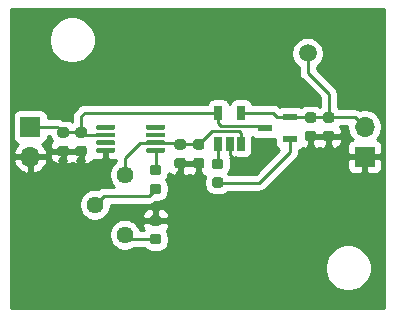
<source format=gbr>
%TF.GenerationSoftware,KiCad,Pcbnew,5.1.6-c6e7f7d~87~ubuntu18.04.1*%
%TF.CreationDate,2021-12-20T19:28:02-08:00*%
%TF.ProjectId,boosted-output-current-reference,626f6f73-7465-4642-9d6f-75747075742d,rev?*%
%TF.SameCoordinates,Original*%
%TF.FileFunction,Copper,L1,Top*%
%TF.FilePolarity,Positive*%
%FSLAX46Y46*%
G04 Gerber Fmt 4.6, Leading zero omitted, Abs format (unit mm)*
G04 Created by KiCad (PCBNEW 5.1.6-c6e7f7d~87~ubuntu18.04.1) date 2021-12-20 19:28:02*
%MOMM*%
%LPD*%
G01*
G04 APERTURE LIST*
%TA.AperFunction,ComponentPad*%
%ADD10C,1.440000*%
%TD*%
%TA.AperFunction,SMDPad,CuDef*%
%ADD11C,1.500000*%
%TD*%
%TA.AperFunction,ComponentPad*%
%ADD12O,1.700000X1.700000*%
%TD*%
%TA.AperFunction,ComponentPad*%
%ADD13R,1.700000X1.700000*%
%TD*%
%TA.AperFunction,SMDPad,CuDef*%
%ADD14R,0.650000X1.220000*%
%TD*%
%TA.AperFunction,SMDPad,CuDef*%
%ADD15R,1.300000X0.600000*%
%TD*%
%TA.AperFunction,ViaPad*%
%ADD16C,0.800000*%
%TD*%
%TA.AperFunction,Conductor*%
%ADD17C,0.254000*%
%TD*%
%TA.AperFunction,Conductor*%
%ADD18C,0.250000*%
%TD*%
G04 APERTURE END LIST*
D10*
%TO.P,TRIM,3*%
%TO.N,Net-(C3-Pad2)*%
X153822400Y-98552000D03*
%TO.P,TRIM,2*%
%TO.N,Net-(R2-Pad2)*%
X151282400Y-101092000D03*
%TO.P,TRIM,1*%
%TO.N,Net-(R3-Pad1)*%
X153822400Y-103632000D03*
%TD*%
%TO.P,R3,2*%
%TO.N,GND*%
%TA.AperFunction,SMDPad,CuDef*%
G36*
G01*
X156669450Y-102875600D02*
X156156950Y-102875600D01*
G75*
G02*
X155938200Y-102656850I0J218750D01*
G01*
X155938200Y-102219350D01*
G75*
G02*
X156156950Y-102000600I218750J0D01*
G01*
X156669450Y-102000600D01*
G75*
G02*
X156888200Y-102219350I0J-218750D01*
G01*
X156888200Y-102656850D01*
G75*
G02*
X156669450Y-102875600I-218750J0D01*
G01*
G37*
%TD.AperFunction*%
%TO.P,R3,1*%
%TO.N,Net-(R3-Pad1)*%
%TA.AperFunction,SMDPad,CuDef*%
G36*
G01*
X156669450Y-104450600D02*
X156156950Y-104450600D01*
G75*
G02*
X155938200Y-104231850I0J218750D01*
G01*
X155938200Y-103794350D01*
G75*
G02*
X156156950Y-103575600I218750J0D01*
G01*
X156669450Y-103575600D01*
G75*
G02*
X156888200Y-103794350I0J-218750D01*
G01*
X156888200Y-104231850D01*
G75*
G02*
X156669450Y-104450600I-218750J0D01*
G01*
G37*
%TD.AperFunction*%
%TD*%
%TO.P,R2,2*%
%TO.N,Net-(R2-Pad2)*%
%TA.AperFunction,SMDPad,CuDef*%
G36*
G01*
X156156950Y-99308400D02*
X156669450Y-99308400D01*
G75*
G02*
X156888200Y-99527150I0J-218750D01*
G01*
X156888200Y-99964650D01*
G75*
G02*
X156669450Y-100183400I-218750J0D01*
G01*
X156156950Y-100183400D01*
G75*
G02*
X155938200Y-99964650I0J218750D01*
G01*
X155938200Y-99527150D01*
G75*
G02*
X156156950Y-99308400I218750J0D01*
G01*
G37*
%TD.AperFunction*%
%TO.P,R2,1*%
%TO.N,Net-(R2-Pad1)*%
%TA.AperFunction,SMDPad,CuDef*%
G36*
G01*
X156156950Y-97733400D02*
X156669450Y-97733400D01*
G75*
G02*
X156888200Y-97952150I0J-218750D01*
G01*
X156888200Y-98389650D01*
G75*
G02*
X156669450Y-98608400I-218750J0D01*
G01*
X156156950Y-98608400D01*
G75*
G02*
X155938200Y-98389650I0J218750D01*
G01*
X155938200Y-97952150D01*
G75*
G02*
X156156950Y-97733400I218750J0D01*
G01*
G37*
%TD.AperFunction*%
%TD*%
D11*
%TO.P,2.048V,1*%
%TO.N,/Vout*%
X169291000Y-88265000D03*
%TD*%
D12*
%TO.P,J2,2*%
%TO.N,/Vout*%
X174117000Y-94488000D03*
D13*
%TO.P,J2,1*%
%TO.N,GND*%
X174117000Y-97028000D03*
%TD*%
D12*
%TO.P,J1,2*%
%TO.N,GND*%
X145796000Y-97018000D03*
D13*
%TO.P,J1,1*%
%TO.N,+12V*%
X145796000Y-94478000D03*
%TD*%
D14*
%TO.P,U2,5*%
%TO.N,+12V*%
X161737000Y-93305000D03*
%TO.P,U2,4*%
%TO.N,/Vout*%
X163637000Y-93305000D03*
%TO.P,U2,3*%
%TO.N,Net-(C3-Pad2)*%
X163637000Y-95925000D03*
%TO.P,U2,2*%
%TO.N,GND*%
X162687000Y-95925000D03*
%TO.P,U2,1*%
%TO.N,Net-(R1-Pad1)*%
X161737000Y-95925000D03*
%TD*%
D15*
%TO.P,Q1,1*%
%TO.N,Net-(Q1-Pad1)*%
X167801000Y-95565000D03*
%TO.P,Q1,2*%
%TO.N,/Vout*%
X167801000Y-93665000D03*
%TO.P,Q1,3*%
%TO.N,+12V*%
X165701000Y-94615000D03*
%TD*%
%TO.P,C6,2*%
%TO.N,GND*%
%TA.AperFunction,SMDPad,CuDef*%
G36*
G01*
X169288750Y-94838000D02*
X169801250Y-94838000D01*
G75*
G02*
X170020000Y-95056750I0J-218750D01*
G01*
X170020000Y-95494250D01*
G75*
G02*
X169801250Y-95713000I-218750J0D01*
G01*
X169288750Y-95713000D01*
G75*
G02*
X169070000Y-95494250I0J218750D01*
G01*
X169070000Y-95056750D01*
G75*
G02*
X169288750Y-94838000I218750J0D01*
G01*
G37*
%TD.AperFunction*%
%TO.P,C6,1*%
%TO.N,/Vout*%
%TA.AperFunction,SMDPad,CuDef*%
G36*
G01*
X169288750Y-93263000D02*
X169801250Y-93263000D01*
G75*
G02*
X170020000Y-93481750I0J-218750D01*
G01*
X170020000Y-93919250D01*
G75*
G02*
X169801250Y-94138000I-218750J0D01*
G01*
X169288750Y-94138000D01*
G75*
G02*
X169070000Y-93919250I0J218750D01*
G01*
X169070000Y-93481750D01*
G75*
G02*
X169288750Y-93263000I218750J0D01*
G01*
G37*
%TD.AperFunction*%
%TD*%
%TO.P,C5,2*%
%TO.N,GND*%
%TA.AperFunction,SMDPad,CuDef*%
G36*
G01*
X170812750Y-94838000D02*
X171325250Y-94838000D01*
G75*
G02*
X171544000Y-95056750I0J-218750D01*
G01*
X171544000Y-95494250D01*
G75*
G02*
X171325250Y-95713000I-218750J0D01*
G01*
X170812750Y-95713000D01*
G75*
G02*
X170594000Y-95494250I0J218750D01*
G01*
X170594000Y-95056750D01*
G75*
G02*
X170812750Y-94838000I218750J0D01*
G01*
G37*
%TD.AperFunction*%
%TO.P,C5,1*%
%TO.N,/Vout*%
%TA.AperFunction,SMDPad,CuDef*%
G36*
G01*
X170812750Y-93263000D02*
X171325250Y-93263000D01*
G75*
G02*
X171544000Y-93481750I0J-218750D01*
G01*
X171544000Y-93919250D01*
G75*
G02*
X171325250Y-94138000I-218750J0D01*
G01*
X170812750Y-94138000D01*
G75*
G02*
X170594000Y-93919250I0J218750D01*
G01*
X170594000Y-93481750D01*
G75*
G02*
X170812750Y-93263000I218750J0D01*
G01*
G37*
%TD.AperFunction*%
%TD*%
%TO.P,C3,2*%
%TO.N,Net-(C3-Pad2)*%
%TA.AperFunction,SMDPad,CuDef*%
G36*
G01*
X158752250Y-96424000D02*
X158239750Y-96424000D01*
G75*
G02*
X158021000Y-96205250I0J218750D01*
G01*
X158021000Y-95767750D01*
G75*
G02*
X158239750Y-95549000I218750J0D01*
G01*
X158752250Y-95549000D01*
G75*
G02*
X158971000Y-95767750I0J-218750D01*
G01*
X158971000Y-96205250D01*
G75*
G02*
X158752250Y-96424000I-218750J0D01*
G01*
G37*
%TD.AperFunction*%
%TO.P,C3,1*%
%TO.N,GND*%
%TA.AperFunction,SMDPad,CuDef*%
G36*
G01*
X158752250Y-97999000D02*
X158239750Y-97999000D01*
G75*
G02*
X158021000Y-97780250I0J218750D01*
G01*
X158021000Y-97342750D01*
G75*
G02*
X158239750Y-97124000I218750J0D01*
G01*
X158752250Y-97124000D01*
G75*
G02*
X158971000Y-97342750I0J-218750D01*
G01*
X158971000Y-97780250D01*
G75*
G02*
X158752250Y-97999000I-218750J0D01*
G01*
G37*
%TD.AperFunction*%
%TD*%
%TO.P,C1,2*%
%TO.N,GND*%
%TA.AperFunction,SMDPad,CuDef*%
G36*
G01*
X148333750Y-96108000D02*
X148846250Y-96108000D01*
G75*
G02*
X149065000Y-96326750I0J-218750D01*
G01*
X149065000Y-96764250D01*
G75*
G02*
X148846250Y-96983000I-218750J0D01*
G01*
X148333750Y-96983000D01*
G75*
G02*
X148115000Y-96764250I0J218750D01*
G01*
X148115000Y-96326750D01*
G75*
G02*
X148333750Y-96108000I218750J0D01*
G01*
G37*
%TD.AperFunction*%
%TO.P,C1,1*%
%TO.N,+12V*%
%TA.AperFunction,SMDPad,CuDef*%
G36*
G01*
X148333750Y-94533000D02*
X148846250Y-94533000D01*
G75*
G02*
X149065000Y-94751750I0J-218750D01*
G01*
X149065000Y-95189250D01*
G75*
G02*
X148846250Y-95408000I-218750J0D01*
G01*
X148333750Y-95408000D01*
G75*
G02*
X148115000Y-95189250I0J218750D01*
G01*
X148115000Y-94751750D01*
G75*
G02*
X148333750Y-94533000I218750J0D01*
G01*
G37*
%TD.AperFunction*%
%TD*%
%TO.P,C4,2*%
%TO.N,GND*%
%TA.AperFunction,SMDPad,CuDef*%
G36*
G01*
X159827250Y-97124000D02*
X160339750Y-97124000D01*
G75*
G02*
X160558500Y-97342750I0J-218750D01*
G01*
X160558500Y-97780250D01*
G75*
G02*
X160339750Y-97999000I-218750J0D01*
G01*
X159827250Y-97999000D01*
G75*
G02*
X159608500Y-97780250I0J218750D01*
G01*
X159608500Y-97342750D01*
G75*
G02*
X159827250Y-97124000I218750J0D01*
G01*
G37*
%TD.AperFunction*%
%TO.P,C4,1*%
%TO.N,Net-(C3-Pad2)*%
%TA.AperFunction,SMDPad,CuDef*%
G36*
G01*
X159827250Y-95549000D02*
X160339750Y-95549000D01*
G75*
G02*
X160558500Y-95767750I0J-218750D01*
G01*
X160558500Y-96205250D01*
G75*
G02*
X160339750Y-96424000I-218750J0D01*
G01*
X159827250Y-96424000D01*
G75*
G02*
X159608500Y-96205250I0J218750D01*
G01*
X159608500Y-95767750D01*
G75*
G02*
X159827250Y-95549000I218750J0D01*
G01*
G37*
%TD.AperFunction*%
%TD*%
%TO.P,U1,8*%
%TO.N,Net-(U1-Pad8)*%
%TA.AperFunction,SMDPad,CuDef*%
G36*
G01*
X155605000Y-94629000D02*
X155605000Y-94429000D01*
G75*
G02*
X155705000Y-94329000I100000J0D01*
G01*
X157130000Y-94329000D01*
G75*
G02*
X157230000Y-94429000I0J-100000D01*
G01*
X157230000Y-94629000D01*
G75*
G02*
X157130000Y-94729000I-100000J0D01*
G01*
X155705000Y-94729000D01*
G75*
G02*
X155605000Y-94629000I0J100000D01*
G01*
G37*
%TD.AperFunction*%
%TO.P,U1,7*%
%TO.N,Net-(U1-Pad7)*%
%TA.AperFunction,SMDPad,CuDef*%
G36*
G01*
X155605000Y-95279000D02*
X155605000Y-95079000D01*
G75*
G02*
X155705000Y-94979000I100000J0D01*
G01*
X157130000Y-94979000D01*
G75*
G02*
X157230000Y-95079000I0J-100000D01*
G01*
X157230000Y-95279000D01*
G75*
G02*
X157130000Y-95379000I-100000J0D01*
G01*
X155705000Y-95379000D01*
G75*
G02*
X155605000Y-95279000I0J100000D01*
G01*
G37*
%TD.AperFunction*%
%TO.P,U1,6*%
%TO.N,Net-(C3-Pad2)*%
%TA.AperFunction,SMDPad,CuDef*%
G36*
G01*
X155605000Y-95929000D02*
X155605000Y-95729000D01*
G75*
G02*
X155705000Y-95629000I100000J0D01*
G01*
X157130000Y-95629000D01*
G75*
G02*
X157230000Y-95729000I0J-100000D01*
G01*
X157230000Y-95929000D01*
G75*
G02*
X157130000Y-96029000I-100000J0D01*
G01*
X155705000Y-96029000D01*
G75*
G02*
X155605000Y-95929000I0J100000D01*
G01*
G37*
%TD.AperFunction*%
%TO.P,U1,5*%
%TO.N,Net-(R2-Pad1)*%
%TA.AperFunction,SMDPad,CuDef*%
G36*
G01*
X155605000Y-96579000D02*
X155605000Y-96379000D01*
G75*
G02*
X155705000Y-96279000I100000J0D01*
G01*
X157130000Y-96279000D01*
G75*
G02*
X157230000Y-96379000I0J-100000D01*
G01*
X157230000Y-96579000D01*
G75*
G02*
X157130000Y-96679000I-100000J0D01*
G01*
X155705000Y-96679000D01*
G75*
G02*
X155605000Y-96579000I0J100000D01*
G01*
G37*
%TD.AperFunction*%
%TO.P,U1,4*%
%TO.N,GND*%
%TA.AperFunction,SMDPad,CuDef*%
G36*
G01*
X151380000Y-96579000D02*
X151380000Y-96379000D01*
G75*
G02*
X151480000Y-96279000I100000J0D01*
G01*
X152905000Y-96279000D01*
G75*
G02*
X153005000Y-96379000I0J-100000D01*
G01*
X153005000Y-96579000D01*
G75*
G02*
X152905000Y-96679000I-100000J0D01*
G01*
X151480000Y-96679000D01*
G75*
G02*
X151380000Y-96579000I0J100000D01*
G01*
G37*
%TD.AperFunction*%
%TO.P,U1,3*%
%TO.N,Net-(U1-Pad3)*%
%TA.AperFunction,SMDPad,CuDef*%
G36*
G01*
X151380000Y-95929000D02*
X151380000Y-95729000D01*
G75*
G02*
X151480000Y-95629000I100000J0D01*
G01*
X152905000Y-95629000D01*
G75*
G02*
X153005000Y-95729000I0J-100000D01*
G01*
X153005000Y-95929000D01*
G75*
G02*
X152905000Y-96029000I-100000J0D01*
G01*
X151480000Y-96029000D01*
G75*
G02*
X151380000Y-95929000I0J100000D01*
G01*
G37*
%TD.AperFunction*%
%TO.P,U1,2*%
%TO.N,+12V*%
%TA.AperFunction,SMDPad,CuDef*%
G36*
G01*
X151380000Y-95279000D02*
X151380000Y-95079000D01*
G75*
G02*
X151480000Y-94979000I100000J0D01*
G01*
X152905000Y-94979000D01*
G75*
G02*
X153005000Y-95079000I0J-100000D01*
G01*
X153005000Y-95279000D01*
G75*
G02*
X152905000Y-95379000I-100000J0D01*
G01*
X151480000Y-95379000D01*
G75*
G02*
X151380000Y-95279000I0J100000D01*
G01*
G37*
%TD.AperFunction*%
%TO.P,U1,1*%
%TO.N,Net-(U1-Pad1)*%
%TA.AperFunction,SMDPad,CuDef*%
G36*
G01*
X151380000Y-94629000D02*
X151380000Y-94429000D01*
G75*
G02*
X151480000Y-94329000I100000J0D01*
G01*
X152905000Y-94329000D01*
G75*
G02*
X153005000Y-94429000I0J-100000D01*
G01*
X153005000Y-94629000D01*
G75*
G02*
X152905000Y-94729000I-100000J0D01*
G01*
X151480000Y-94729000D01*
G75*
G02*
X151380000Y-94629000I0J100000D01*
G01*
G37*
%TD.AperFunction*%
%TD*%
%TO.P,R1,2*%
%TO.N,Net-(Q1-Pad1)*%
%TA.AperFunction,SMDPad,CuDef*%
G36*
G01*
X161414750Y-98775000D02*
X161927250Y-98775000D01*
G75*
G02*
X162146000Y-98993750I0J-218750D01*
G01*
X162146000Y-99431250D01*
G75*
G02*
X161927250Y-99650000I-218750J0D01*
G01*
X161414750Y-99650000D01*
G75*
G02*
X161196000Y-99431250I0J218750D01*
G01*
X161196000Y-98993750D01*
G75*
G02*
X161414750Y-98775000I218750J0D01*
G01*
G37*
%TD.AperFunction*%
%TO.P,R1,1*%
%TO.N,Net-(R1-Pad1)*%
%TA.AperFunction,SMDPad,CuDef*%
G36*
G01*
X161414750Y-97200000D02*
X161927250Y-97200000D01*
G75*
G02*
X162146000Y-97418750I0J-218750D01*
G01*
X162146000Y-97856250D01*
G75*
G02*
X161927250Y-98075000I-218750J0D01*
G01*
X161414750Y-98075000D01*
G75*
G02*
X161196000Y-97856250I0J218750D01*
G01*
X161196000Y-97418750D01*
G75*
G02*
X161414750Y-97200000I218750J0D01*
G01*
G37*
%TD.AperFunction*%
%TD*%
%TO.P,C2,2*%
%TO.N,+12V*%
%TA.AperFunction,SMDPad,CuDef*%
G36*
G01*
X150370250Y-95408000D02*
X149857750Y-95408000D01*
G75*
G02*
X149639000Y-95189250I0J218750D01*
G01*
X149639000Y-94751750D01*
G75*
G02*
X149857750Y-94533000I218750J0D01*
G01*
X150370250Y-94533000D01*
G75*
G02*
X150589000Y-94751750I0J-218750D01*
G01*
X150589000Y-95189250D01*
G75*
G02*
X150370250Y-95408000I-218750J0D01*
G01*
G37*
%TD.AperFunction*%
%TO.P,C2,1*%
%TO.N,GND*%
%TA.AperFunction,SMDPad,CuDef*%
G36*
G01*
X150370250Y-96983000D02*
X149857750Y-96983000D01*
G75*
G02*
X149639000Y-96764250I0J218750D01*
G01*
X149639000Y-96326750D01*
G75*
G02*
X149857750Y-96108000I218750J0D01*
G01*
X150370250Y-96108000D01*
G75*
G02*
X150589000Y-96326750I0J-218750D01*
G01*
X150589000Y-96764250D01*
G75*
G02*
X150370250Y-96983000I-218750J0D01*
G01*
G37*
%TD.AperFunction*%
%TD*%
D16*
%TO.N,GND*%
X150114000Y-97409000D03*
X148590000Y-97409000D03*
X163195000Y-97409000D03*
X169545000Y-96266000D03*
X171069000Y-96266000D03*
X160083488Y-98615500D03*
X152192504Y-97362504D03*
X158496000Y-98552000D03*
X152273000Y-102870000D03*
X165227000Y-103759000D03*
X168529000Y-99822000D03*
X171958000Y-90170000D03*
X166624000Y-89535000D03*
X159004000Y-90551000D03*
X154432000Y-90297000D03*
X156413200Y-101396800D03*
%TD*%
D17*
%TO.N,GND*%
X162687000Y-96901000D02*
X163195000Y-97409000D01*
X162687000Y-95925000D02*
X162687000Y-96901000D01*
X148590000Y-96545500D02*
X148590000Y-97409000D01*
X150114000Y-96545500D02*
X150114000Y-97409000D01*
X169545000Y-95275500D02*
X169545000Y-96266000D01*
X171069000Y-95275500D02*
X171069000Y-96266000D01*
X160083500Y-98615488D02*
X160083488Y-98615500D01*
X160083500Y-97561500D02*
X160083500Y-98615488D01*
X152192500Y-97362500D02*
X152192504Y-97362504D01*
X152192500Y-96479000D02*
X152192500Y-97362500D01*
X158496000Y-97561500D02*
X158496000Y-98552000D01*
D18*
X156413200Y-102438100D02*
X156413200Y-101396800D01*
D17*
%TO.N,/Vout*%
X163637000Y-93305000D02*
X166330000Y-93305000D01*
X166690000Y-93665000D02*
X167801000Y-93665000D01*
X166330000Y-93305000D02*
X166690000Y-93665000D01*
X169509500Y-93665000D02*
X169545000Y-93700500D01*
X167801000Y-93665000D02*
X169509500Y-93665000D01*
X169545000Y-93700500D02*
X171069000Y-93700500D01*
X173329500Y-93700500D02*
X174117000Y-94488000D01*
X171069000Y-93700500D02*
X173329500Y-93700500D01*
X169291000Y-88265000D02*
X169291000Y-89916000D01*
X171069000Y-91694000D02*
X171069000Y-93700500D01*
X169291000Y-89916000D02*
X171069000Y-91694000D01*
%TO.N,+12V*%
X161982990Y-94414990D02*
X165500990Y-94414990D01*
X165500990Y-94414990D02*
X165701000Y-94615000D01*
X161737000Y-94169000D02*
X161982990Y-94414990D01*
X161737000Y-93305000D02*
X161737000Y-94169000D01*
X148097500Y-94478000D02*
X148590000Y-94970500D01*
X145796000Y-94478000D02*
X148097500Y-94478000D01*
X148590000Y-94970500D02*
X150114000Y-94970500D01*
X150322500Y-95179000D02*
X150114000Y-94970500D01*
X152192500Y-95179000D02*
X150322500Y-95179000D01*
X150114000Y-94970500D02*
X150114000Y-93599000D01*
X150408000Y-93305000D02*
X161737000Y-93305000D01*
X150114000Y-93599000D02*
X150408000Y-93305000D01*
%TO.N,Net-(Q1-Pad1)*%
X161671000Y-99212500D02*
X165201500Y-99212500D01*
X167801000Y-96613000D02*
X167801000Y-95565000D01*
X165201500Y-99212500D02*
X167801000Y-96613000D01*
%TO.N,Net-(R1-Pad1)*%
X161737000Y-97571500D02*
X161671000Y-97637500D01*
X161737000Y-95925000D02*
X161737000Y-97571500D01*
%TO.N,Net-(C3-Pad2)*%
X158338500Y-95829000D02*
X158496000Y-95986500D01*
X156417500Y-95829000D02*
X158338500Y-95829000D01*
X158496000Y-95986500D02*
X160083500Y-95986500D01*
X163637000Y-95925000D02*
X163637000Y-95057000D01*
X161201000Y-94869000D02*
X160083500Y-95986500D01*
X163449000Y-94869000D02*
X161201000Y-94869000D01*
X163637000Y-95057000D02*
X163449000Y-94869000D01*
D18*
X156417500Y-95829000D02*
X155123000Y-95829000D01*
X153822400Y-97129600D02*
X153822400Y-98552000D01*
X155123000Y-95829000D02*
X153822400Y-97129600D01*
%TO.N,Net-(R2-Pad2)*%
X156413200Y-99745900D02*
X155829100Y-100330000D01*
X152044400Y-100330000D02*
X151282400Y-101092000D01*
X155829100Y-100330000D02*
X152044400Y-100330000D01*
%TO.N,Net-(R2-Pad1)*%
X156417500Y-98166600D02*
X156413200Y-98170900D01*
X156417500Y-96479000D02*
X156417500Y-98166600D01*
%TO.N,Net-(R3-Pad1)*%
X154203500Y-104013100D02*
X153822400Y-103632000D01*
X156413200Y-104013100D02*
X154203500Y-104013100D01*
%TD*%
D17*
%TO.N,GND*%
G36*
X175743000Y-109830000D02*
G01*
X144170000Y-109830000D01*
X144170000Y-106230495D01*
X170735000Y-106230495D01*
X170735000Y-106621505D01*
X170811282Y-107005003D01*
X170960915Y-107366250D01*
X171178149Y-107691364D01*
X171454636Y-107967851D01*
X171779750Y-108185085D01*
X172140997Y-108334718D01*
X172524495Y-108411000D01*
X172915505Y-108411000D01*
X173299003Y-108334718D01*
X173660250Y-108185085D01*
X173985364Y-107967851D01*
X174261851Y-107691364D01*
X174479085Y-107366250D01*
X174628718Y-107005003D01*
X174705000Y-106621505D01*
X174705000Y-106230495D01*
X174628718Y-105846997D01*
X174479085Y-105485750D01*
X174261851Y-105160636D01*
X173985364Y-104884149D01*
X173660250Y-104666915D01*
X173299003Y-104517282D01*
X172915505Y-104441000D01*
X172524495Y-104441000D01*
X172140997Y-104517282D01*
X171779750Y-104666915D01*
X171454636Y-104884149D01*
X171178149Y-105160636D01*
X170960915Y-105485750D01*
X170811282Y-105846997D01*
X170735000Y-106230495D01*
X144170000Y-106230495D01*
X144170000Y-103498544D01*
X152467400Y-103498544D01*
X152467400Y-103765456D01*
X152519472Y-104027239D01*
X152621615Y-104273833D01*
X152769903Y-104495762D01*
X152958638Y-104684497D01*
X153180567Y-104832785D01*
X153427161Y-104934928D01*
X153688944Y-104987000D01*
X153955856Y-104987000D01*
X154217639Y-104934928D01*
X154464233Y-104832785D01*
X154553558Y-104773100D01*
X155498057Y-104773100D01*
X155551085Y-104837715D01*
X155680925Y-104944271D01*
X155829058Y-105023450D01*
X155989792Y-105072208D01*
X156156950Y-105088672D01*
X156669450Y-105088672D01*
X156836608Y-105072208D01*
X156997342Y-105023450D01*
X157145475Y-104944271D01*
X157275315Y-104837715D01*
X157381871Y-104707875D01*
X157461050Y-104559742D01*
X157509808Y-104399008D01*
X157526272Y-104231850D01*
X157526272Y-103794350D01*
X157509808Y-103627192D01*
X157461050Y-103466458D01*
X157381871Y-103318325D01*
X157364100Y-103296670D01*
X157418737Y-103230094D01*
X157477702Y-103119780D01*
X157514012Y-103000082D01*
X157526272Y-102875600D01*
X157523200Y-102723850D01*
X157364450Y-102565100D01*
X156540200Y-102565100D01*
X156540200Y-102585100D01*
X156286200Y-102585100D01*
X156286200Y-102565100D01*
X155461950Y-102565100D01*
X155303200Y-102723850D01*
X155300128Y-102875600D01*
X155312388Y-103000082D01*
X155348698Y-103119780D01*
X155407663Y-103230094D01*
X155426543Y-103253100D01*
X155128578Y-103253100D01*
X155125328Y-103236761D01*
X155023185Y-102990167D01*
X154874897Y-102768238D01*
X154686162Y-102579503D01*
X154464233Y-102431215D01*
X154217639Y-102329072D01*
X153955856Y-102277000D01*
X153688944Y-102277000D01*
X153427161Y-102329072D01*
X153180567Y-102431215D01*
X152958638Y-102579503D01*
X152769903Y-102768238D01*
X152621615Y-102990167D01*
X152519472Y-103236761D01*
X152467400Y-103498544D01*
X144170000Y-103498544D01*
X144170000Y-97374890D01*
X144354524Y-97374890D01*
X144399175Y-97522099D01*
X144524359Y-97784920D01*
X144698412Y-98018269D01*
X144914645Y-98213178D01*
X145164748Y-98362157D01*
X145439109Y-98459481D01*
X145669000Y-98338814D01*
X145669000Y-97145000D01*
X145923000Y-97145000D01*
X145923000Y-98338814D01*
X146152891Y-98459481D01*
X146427252Y-98362157D01*
X146677355Y-98213178D01*
X146893588Y-98018269D01*
X147067641Y-97784920D01*
X147192825Y-97522099D01*
X147237476Y-97374890D01*
X147116155Y-97145000D01*
X145923000Y-97145000D01*
X145669000Y-97145000D01*
X144475845Y-97145000D01*
X144354524Y-97374890D01*
X144170000Y-97374890D01*
X144170000Y-96983000D01*
X147476928Y-96983000D01*
X147489188Y-97107482D01*
X147525498Y-97227180D01*
X147584463Y-97337494D01*
X147663815Y-97434185D01*
X147760506Y-97513537D01*
X147870820Y-97572502D01*
X147990518Y-97608812D01*
X148115000Y-97621072D01*
X148304250Y-97618000D01*
X148463000Y-97459250D01*
X148463000Y-96672500D01*
X148717000Y-96672500D01*
X148717000Y-97459250D01*
X148875750Y-97618000D01*
X149065000Y-97621072D01*
X149189482Y-97608812D01*
X149309180Y-97572502D01*
X149352000Y-97549614D01*
X149394820Y-97572502D01*
X149514518Y-97608812D01*
X149639000Y-97621072D01*
X149828250Y-97618000D01*
X149987000Y-97459250D01*
X149987000Y-96672500D01*
X148717000Y-96672500D01*
X148463000Y-96672500D01*
X147638750Y-96672500D01*
X147480000Y-96831250D01*
X147476928Y-96983000D01*
X144170000Y-96983000D01*
X144170000Y-93628000D01*
X144307928Y-93628000D01*
X144307928Y-95328000D01*
X144320188Y-95452482D01*
X144356498Y-95572180D01*
X144415463Y-95682494D01*
X144494815Y-95779185D01*
X144591506Y-95858537D01*
X144701820Y-95917502D01*
X144782466Y-95941966D01*
X144698412Y-96017731D01*
X144524359Y-96251080D01*
X144399175Y-96513901D01*
X144354524Y-96661110D01*
X144475845Y-96891000D01*
X145669000Y-96891000D01*
X145669000Y-96871000D01*
X145923000Y-96871000D01*
X145923000Y-96891000D01*
X147116155Y-96891000D01*
X147237476Y-96661110D01*
X147192825Y-96513901D01*
X147067641Y-96251080D01*
X146893588Y-96017731D01*
X146809534Y-95941966D01*
X146890180Y-95917502D01*
X147000494Y-95858537D01*
X147097185Y-95779185D01*
X147176537Y-95682494D01*
X147235502Y-95572180D01*
X147271812Y-95452482D01*
X147284072Y-95328000D01*
X147284072Y-95240000D01*
X147481927Y-95240000D01*
X147493392Y-95356408D01*
X147542150Y-95517142D01*
X147621329Y-95665275D01*
X147639100Y-95686930D01*
X147584463Y-95753506D01*
X147525498Y-95863820D01*
X147489188Y-95983518D01*
X147476928Y-96108000D01*
X147480000Y-96259750D01*
X147638750Y-96418500D01*
X148463000Y-96418500D01*
X148463000Y-96398500D01*
X148717000Y-96398500D01*
X148717000Y-96418500D01*
X149987000Y-96418500D01*
X149987000Y-96398500D01*
X150241000Y-96398500D01*
X150241000Y-96418500D01*
X150261000Y-96418500D01*
X150261000Y-96672500D01*
X150241000Y-96672500D01*
X150241000Y-97459250D01*
X150399750Y-97618000D01*
X150589000Y-97621072D01*
X150713482Y-97608812D01*
X150833180Y-97572502D01*
X150943494Y-97513537D01*
X151040185Y-97434185D01*
X151119537Y-97337494D01*
X151153213Y-97274492D01*
X151264322Y-97306499D01*
X151388963Y-97317009D01*
X151906750Y-97314000D01*
X152065500Y-97155250D01*
X152065500Y-96667072D01*
X152319500Y-96667072D01*
X152319500Y-97155250D01*
X152478250Y-97314000D01*
X152996037Y-97317009D01*
X153062400Y-97311413D01*
X153062400Y-97430171D01*
X152958638Y-97499503D01*
X152769903Y-97688238D01*
X152621615Y-97910167D01*
X152519472Y-98156761D01*
X152467400Y-98418544D01*
X152467400Y-98685456D01*
X152519472Y-98947239D01*
X152621615Y-99193833D01*
X152769903Y-99415762D01*
X152924141Y-99570000D01*
X152081725Y-99570000D01*
X152044400Y-99566324D01*
X152007075Y-99570000D01*
X152007067Y-99570000D01*
X151895414Y-99580997D01*
X151752153Y-99624454D01*
X151620124Y-99695026D01*
X151539106Y-99761516D01*
X151415856Y-99737000D01*
X151148944Y-99737000D01*
X150887161Y-99789072D01*
X150640567Y-99891215D01*
X150418638Y-100039503D01*
X150229903Y-100228238D01*
X150081615Y-100450167D01*
X149979472Y-100696761D01*
X149927400Y-100958544D01*
X149927400Y-101225456D01*
X149979472Y-101487239D01*
X150081615Y-101733833D01*
X150229903Y-101955762D01*
X150418638Y-102144497D01*
X150640567Y-102292785D01*
X150887161Y-102394928D01*
X151148944Y-102447000D01*
X151415856Y-102447000D01*
X151677639Y-102394928D01*
X151924233Y-102292785D01*
X152146162Y-102144497D01*
X152290059Y-102000600D01*
X155300128Y-102000600D01*
X155303200Y-102152350D01*
X155461950Y-102311100D01*
X156286200Y-102311100D01*
X156286200Y-101524350D01*
X156540200Y-101524350D01*
X156540200Y-102311100D01*
X157364450Y-102311100D01*
X157523200Y-102152350D01*
X157526272Y-102000600D01*
X157514012Y-101876118D01*
X157477702Y-101756420D01*
X157418737Y-101646106D01*
X157339385Y-101549415D01*
X157242694Y-101470063D01*
X157132380Y-101411098D01*
X157012682Y-101374788D01*
X156888200Y-101362528D01*
X156698950Y-101365600D01*
X156540200Y-101524350D01*
X156286200Y-101524350D01*
X156127450Y-101365600D01*
X155938200Y-101362528D01*
X155813718Y-101374788D01*
X155694020Y-101411098D01*
X155583706Y-101470063D01*
X155487015Y-101549415D01*
X155407663Y-101646106D01*
X155348698Y-101756420D01*
X155312388Y-101876118D01*
X155300128Y-102000600D01*
X152290059Y-102000600D01*
X152334897Y-101955762D01*
X152483185Y-101733833D01*
X152585328Y-101487239D01*
X152637400Y-101225456D01*
X152637400Y-101090000D01*
X155791778Y-101090000D01*
X155829100Y-101093676D01*
X155866422Y-101090000D01*
X155866433Y-101090000D01*
X155978086Y-101079003D01*
X156121347Y-101035546D01*
X156253376Y-100964974D01*
X156369101Y-100870001D01*
X156392903Y-100840998D01*
X156412429Y-100821472D01*
X156669450Y-100821472D01*
X156836608Y-100805008D01*
X156997342Y-100756250D01*
X157145475Y-100677071D01*
X157275315Y-100570515D01*
X157381871Y-100440675D01*
X157461050Y-100292542D01*
X157509808Y-100131808D01*
X157526272Y-99964650D01*
X157526272Y-99527150D01*
X157509808Y-99359992D01*
X157461050Y-99199258D01*
X157381871Y-99051125D01*
X157305774Y-98958400D01*
X157381871Y-98865675D01*
X157461050Y-98717542D01*
X157509808Y-98556808D01*
X157525614Y-98396326D01*
X157569815Y-98450185D01*
X157666506Y-98529537D01*
X157776820Y-98588502D01*
X157896518Y-98624812D01*
X158021000Y-98637072D01*
X158210250Y-98634000D01*
X158369000Y-98475250D01*
X158369000Y-97688500D01*
X158623000Y-97688500D01*
X158623000Y-98475250D01*
X158781750Y-98634000D01*
X158971000Y-98637072D01*
X159095482Y-98624812D01*
X159215180Y-98588502D01*
X159289750Y-98548643D01*
X159364320Y-98588502D01*
X159484018Y-98624812D01*
X159608500Y-98637072D01*
X159797750Y-98634000D01*
X159956500Y-98475250D01*
X159956500Y-97688500D01*
X158623000Y-97688500D01*
X158369000Y-97688500D01*
X158349000Y-97688500D01*
X158349000Y-97434500D01*
X158369000Y-97434500D01*
X158369000Y-97414500D01*
X158623000Y-97414500D01*
X158623000Y-97434500D01*
X159956500Y-97434500D01*
X159956500Y-97414500D01*
X160210500Y-97414500D01*
X160210500Y-97434500D01*
X160230500Y-97434500D01*
X160230500Y-97688500D01*
X160210500Y-97688500D01*
X160210500Y-98475250D01*
X160369250Y-98634000D01*
X160558500Y-98637072D01*
X160642984Y-98628751D01*
X160623150Y-98665858D01*
X160574392Y-98826592D01*
X160557928Y-98993750D01*
X160557928Y-99431250D01*
X160574392Y-99598408D01*
X160623150Y-99759142D01*
X160702329Y-99907275D01*
X160808885Y-100037115D01*
X160938725Y-100143671D01*
X161086858Y-100222850D01*
X161247592Y-100271608D01*
X161414750Y-100288072D01*
X161927250Y-100288072D01*
X162094408Y-100271608D01*
X162255142Y-100222850D01*
X162403275Y-100143671D01*
X162533115Y-100037115D01*
X162584501Y-99974500D01*
X165164077Y-99974500D01*
X165201500Y-99978186D01*
X165238923Y-99974500D01*
X165238926Y-99974500D01*
X165350878Y-99963474D01*
X165494515Y-99919902D01*
X165626892Y-99849145D01*
X165742922Y-99753922D01*
X165766784Y-99724846D01*
X167613630Y-97878000D01*
X172628928Y-97878000D01*
X172641188Y-98002482D01*
X172677498Y-98122180D01*
X172736463Y-98232494D01*
X172815815Y-98329185D01*
X172912506Y-98408537D01*
X173022820Y-98467502D01*
X173142518Y-98503812D01*
X173267000Y-98516072D01*
X173831250Y-98513000D01*
X173990000Y-98354250D01*
X173990000Y-97155000D01*
X174244000Y-97155000D01*
X174244000Y-98354250D01*
X174402750Y-98513000D01*
X174967000Y-98516072D01*
X175091482Y-98503812D01*
X175211180Y-98467502D01*
X175321494Y-98408537D01*
X175418185Y-98329185D01*
X175497537Y-98232494D01*
X175556502Y-98122180D01*
X175592812Y-98002482D01*
X175605072Y-97878000D01*
X175602000Y-97313750D01*
X175443250Y-97155000D01*
X174244000Y-97155000D01*
X173990000Y-97155000D01*
X172790750Y-97155000D01*
X172632000Y-97313750D01*
X172628928Y-97878000D01*
X167613630Y-97878000D01*
X168313353Y-97178278D01*
X168342422Y-97154422D01*
X168437645Y-97038392D01*
X168508402Y-96906015D01*
X168551974Y-96762378D01*
X168563000Y-96650426D01*
X168563000Y-96650424D01*
X168566686Y-96613001D01*
X168563000Y-96575578D01*
X168563000Y-96492041D01*
X168575482Y-96490812D01*
X168695180Y-96454502D01*
X168805494Y-96395537D01*
X168893749Y-96323108D01*
X168945518Y-96338812D01*
X169070000Y-96351072D01*
X169259250Y-96348000D01*
X169418000Y-96189250D01*
X169418000Y-95402500D01*
X169672000Y-95402500D01*
X169672000Y-96189250D01*
X169830750Y-96348000D01*
X170020000Y-96351072D01*
X170144482Y-96338812D01*
X170264180Y-96302502D01*
X170307000Y-96279614D01*
X170349820Y-96302502D01*
X170469518Y-96338812D01*
X170594000Y-96351072D01*
X170783250Y-96348000D01*
X170942000Y-96189250D01*
X170942000Y-95402500D01*
X171196000Y-95402500D01*
X171196000Y-96189250D01*
X171354750Y-96348000D01*
X171544000Y-96351072D01*
X171668482Y-96338812D01*
X171788180Y-96302502D01*
X171898494Y-96243537D01*
X171995185Y-96164185D01*
X172074537Y-96067494D01*
X172133502Y-95957180D01*
X172169812Y-95837482D01*
X172182072Y-95713000D01*
X172179000Y-95561250D01*
X172020250Y-95402500D01*
X171196000Y-95402500D01*
X170942000Y-95402500D01*
X169672000Y-95402500D01*
X169418000Y-95402500D01*
X169398000Y-95402500D01*
X169398000Y-95148500D01*
X169418000Y-95148500D01*
X169418000Y-95128500D01*
X169672000Y-95128500D01*
X169672000Y-95148500D01*
X170942000Y-95148500D01*
X170942000Y-95128500D01*
X171196000Y-95128500D01*
X171196000Y-95148500D01*
X172020250Y-95148500D01*
X172179000Y-94989750D01*
X172182072Y-94838000D01*
X172169812Y-94713518D01*
X172133502Y-94593820D01*
X172074537Y-94483506D01*
X172057298Y-94462500D01*
X172632000Y-94462500D01*
X172632000Y-94634260D01*
X172689068Y-94921158D01*
X172801010Y-95191411D01*
X172963525Y-95434632D01*
X173095380Y-95566487D01*
X173022820Y-95588498D01*
X172912506Y-95647463D01*
X172815815Y-95726815D01*
X172736463Y-95823506D01*
X172677498Y-95933820D01*
X172641188Y-96053518D01*
X172628928Y-96178000D01*
X172632000Y-96742250D01*
X172790750Y-96901000D01*
X173990000Y-96901000D01*
X173990000Y-96881000D01*
X174244000Y-96881000D01*
X174244000Y-96901000D01*
X175443250Y-96901000D01*
X175602000Y-96742250D01*
X175605072Y-96178000D01*
X175592812Y-96053518D01*
X175556502Y-95933820D01*
X175497537Y-95823506D01*
X175418185Y-95726815D01*
X175321494Y-95647463D01*
X175211180Y-95588498D01*
X175138620Y-95566487D01*
X175270475Y-95434632D01*
X175432990Y-95191411D01*
X175544932Y-94921158D01*
X175602000Y-94634260D01*
X175602000Y-94341740D01*
X175544932Y-94054842D01*
X175432990Y-93784589D01*
X175270475Y-93541368D01*
X175063632Y-93334525D01*
X174820411Y-93172010D01*
X174550158Y-93060068D01*
X174263260Y-93003000D01*
X173970740Y-93003000D01*
X173730459Y-93050795D01*
X173622515Y-92993098D01*
X173478878Y-92949526D01*
X173366926Y-92938500D01*
X173366923Y-92938500D01*
X173329500Y-92934814D01*
X173292077Y-92938500D01*
X171982501Y-92938500D01*
X171931115Y-92875885D01*
X171831000Y-92793723D01*
X171831000Y-91731423D01*
X171834686Y-91694000D01*
X171831000Y-91656574D01*
X171819974Y-91544622D01*
X171776402Y-91400985D01*
X171705646Y-91268609D01*
X171705645Y-91268607D01*
X171670857Y-91226219D01*
X171610422Y-91152578D01*
X171581347Y-91128717D01*
X170053000Y-89600370D01*
X170053000Y-89421573D01*
X170173886Y-89340799D01*
X170366799Y-89147886D01*
X170518371Y-88921043D01*
X170622775Y-88668989D01*
X170676000Y-88401411D01*
X170676000Y-88128589D01*
X170622775Y-87861011D01*
X170518371Y-87608957D01*
X170366799Y-87382114D01*
X170173886Y-87189201D01*
X169947043Y-87037629D01*
X169694989Y-86933225D01*
X169427411Y-86880000D01*
X169154589Y-86880000D01*
X168887011Y-86933225D01*
X168634957Y-87037629D01*
X168408114Y-87189201D01*
X168215201Y-87382114D01*
X168063629Y-87608957D01*
X167959225Y-87861011D01*
X167906000Y-88128589D01*
X167906000Y-88401411D01*
X167959225Y-88668989D01*
X168063629Y-88921043D01*
X168215201Y-89147886D01*
X168408114Y-89340799D01*
X168529001Y-89421573D01*
X168529001Y-89878567D01*
X168525314Y-89916000D01*
X168540027Y-90065378D01*
X168583599Y-90209015D01*
X168654355Y-90341392D01*
X168725721Y-90428351D01*
X168749579Y-90457422D01*
X168778649Y-90481279D01*
X170307000Y-92009630D01*
X170307001Y-92793723D01*
X170307000Y-92793723D01*
X170277275Y-92769329D01*
X170129142Y-92690150D01*
X169968408Y-92641392D01*
X169801250Y-92624928D01*
X169288750Y-92624928D01*
X169121592Y-92641392D01*
X168960858Y-92690150D01*
X168812725Y-92769329D01*
X168761810Y-92811113D01*
X168695180Y-92775498D01*
X168575482Y-92739188D01*
X168451000Y-92726928D01*
X167151000Y-92726928D01*
X167026518Y-92739188D01*
X166906820Y-92775498D01*
X166889015Y-92785015D01*
X166871422Y-92763578D01*
X166755392Y-92668355D01*
X166623015Y-92597598D01*
X166479378Y-92554026D01*
X166367426Y-92543000D01*
X166367423Y-92543000D01*
X166330000Y-92539314D01*
X166292577Y-92543000D01*
X164579465Y-92543000D01*
X164551502Y-92450820D01*
X164492537Y-92340506D01*
X164413185Y-92243815D01*
X164316494Y-92164463D01*
X164206180Y-92105498D01*
X164086482Y-92069188D01*
X163962000Y-92056928D01*
X163312000Y-92056928D01*
X163187518Y-92069188D01*
X163067820Y-92105498D01*
X162957506Y-92164463D01*
X162860815Y-92243815D01*
X162781463Y-92340506D01*
X162722498Y-92450820D01*
X162687000Y-92567841D01*
X162651502Y-92450820D01*
X162592537Y-92340506D01*
X162513185Y-92243815D01*
X162416494Y-92164463D01*
X162306180Y-92105498D01*
X162186482Y-92069188D01*
X162062000Y-92056928D01*
X161412000Y-92056928D01*
X161287518Y-92069188D01*
X161167820Y-92105498D01*
X161057506Y-92164463D01*
X160960815Y-92243815D01*
X160881463Y-92340506D01*
X160822498Y-92450820D01*
X160794535Y-92543000D01*
X150445423Y-92543000D01*
X150408000Y-92539314D01*
X150370577Y-92543000D01*
X150370574Y-92543000D01*
X150258622Y-92554026D01*
X150114985Y-92597598D01*
X149982608Y-92668355D01*
X149866578Y-92763578D01*
X149842716Y-92792654D01*
X149601649Y-93033721D01*
X149572579Y-93057578D01*
X149548722Y-93086648D01*
X149548721Y-93086649D01*
X149477355Y-93173608D01*
X149406599Y-93305985D01*
X149363027Y-93449622D01*
X149348314Y-93599000D01*
X149352001Y-93636433D01*
X149352001Y-94063723D01*
X149352000Y-94063723D01*
X149322275Y-94039329D01*
X149174142Y-93960150D01*
X149013408Y-93911392D01*
X148846250Y-93894928D01*
X148588171Y-93894928D01*
X148522892Y-93841355D01*
X148390515Y-93770598D01*
X148246878Y-93727026D01*
X148134926Y-93716000D01*
X148134923Y-93716000D01*
X148097500Y-93712314D01*
X148060077Y-93716000D01*
X147284072Y-93716000D01*
X147284072Y-93628000D01*
X147271812Y-93503518D01*
X147235502Y-93383820D01*
X147176537Y-93273506D01*
X147097185Y-93176815D01*
X147000494Y-93097463D01*
X146890180Y-93038498D01*
X146770482Y-93002188D01*
X146646000Y-92989928D01*
X144946000Y-92989928D01*
X144821518Y-93002188D01*
X144701820Y-93038498D01*
X144591506Y-93097463D01*
X144494815Y-93176815D01*
X144415463Y-93273506D01*
X144356498Y-93383820D01*
X144320188Y-93503518D01*
X144307928Y-93628000D01*
X144170000Y-93628000D01*
X144170000Y-86926495D01*
X147367000Y-86926495D01*
X147367000Y-87317505D01*
X147443282Y-87701003D01*
X147592915Y-88062250D01*
X147810149Y-88387364D01*
X148086636Y-88663851D01*
X148411750Y-88881085D01*
X148772997Y-89030718D01*
X149156495Y-89107000D01*
X149547505Y-89107000D01*
X149931003Y-89030718D01*
X150292250Y-88881085D01*
X150617364Y-88663851D01*
X150893851Y-88387364D01*
X151111085Y-88062250D01*
X151260718Y-87701003D01*
X151337000Y-87317505D01*
X151337000Y-86926495D01*
X151260718Y-86542997D01*
X151111085Y-86181750D01*
X150893851Y-85856636D01*
X150617364Y-85580149D01*
X150292250Y-85362915D01*
X149931003Y-85213282D01*
X149547505Y-85137000D01*
X149156495Y-85137000D01*
X148772997Y-85213282D01*
X148411750Y-85362915D01*
X148086636Y-85580149D01*
X147810149Y-85856636D01*
X147592915Y-86181750D01*
X147443282Y-86542997D01*
X147367000Y-86926495D01*
X144170000Y-86926495D01*
X144170000Y-84480000D01*
X175743001Y-84480000D01*
X175743000Y-109830000D01*
G37*
X175743000Y-109830000D02*
X144170000Y-109830000D01*
X144170000Y-106230495D01*
X170735000Y-106230495D01*
X170735000Y-106621505D01*
X170811282Y-107005003D01*
X170960915Y-107366250D01*
X171178149Y-107691364D01*
X171454636Y-107967851D01*
X171779750Y-108185085D01*
X172140997Y-108334718D01*
X172524495Y-108411000D01*
X172915505Y-108411000D01*
X173299003Y-108334718D01*
X173660250Y-108185085D01*
X173985364Y-107967851D01*
X174261851Y-107691364D01*
X174479085Y-107366250D01*
X174628718Y-107005003D01*
X174705000Y-106621505D01*
X174705000Y-106230495D01*
X174628718Y-105846997D01*
X174479085Y-105485750D01*
X174261851Y-105160636D01*
X173985364Y-104884149D01*
X173660250Y-104666915D01*
X173299003Y-104517282D01*
X172915505Y-104441000D01*
X172524495Y-104441000D01*
X172140997Y-104517282D01*
X171779750Y-104666915D01*
X171454636Y-104884149D01*
X171178149Y-105160636D01*
X170960915Y-105485750D01*
X170811282Y-105846997D01*
X170735000Y-106230495D01*
X144170000Y-106230495D01*
X144170000Y-103498544D01*
X152467400Y-103498544D01*
X152467400Y-103765456D01*
X152519472Y-104027239D01*
X152621615Y-104273833D01*
X152769903Y-104495762D01*
X152958638Y-104684497D01*
X153180567Y-104832785D01*
X153427161Y-104934928D01*
X153688944Y-104987000D01*
X153955856Y-104987000D01*
X154217639Y-104934928D01*
X154464233Y-104832785D01*
X154553558Y-104773100D01*
X155498057Y-104773100D01*
X155551085Y-104837715D01*
X155680925Y-104944271D01*
X155829058Y-105023450D01*
X155989792Y-105072208D01*
X156156950Y-105088672D01*
X156669450Y-105088672D01*
X156836608Y-105072208D01*
X156997342Y-105023450D01*
X157145475Y-104944271D01*
X157275315Y-104837715D01*
X157381871Y-104707875D01*
X157461050Y-104559742D01*
X157509808Y-104399008D01*
X157526272Y-104231850D01*
X157526272Y-103794350D01*
X157509808Y-103627192D01*
X157461050Y-103466458D01*
X157381871Y-103318325D01*
X157364100Y-103296670D01*
X157418737Y-103230094D01*
X157477702Y-103119780D01*
X157514012Y-103000082D01*
X157526272Y-102875600D01*
X157523200Y-102723850D01*
X157364450Y-102565100D01*
X156540200Y-102565100D01*
X156540200Y-102585100D01*
X156286200Y-102585100D01*
X156286200Y-102565100D01*
X155461950Y-102565100D01*
X155303200Y-102723850D01*
X155300128Y-102875600D01*
X155312388Y-103000082D01*
X155348698Y-103119780D01*
X155407663Y-103230094D01*
X155426543Y-103253100D01*
X155128578Y-103253100D01*
X155125328Y-103236761D01*
X155023185Y-102990167D01*
X154874897Y-102768238D01*
X154686162Y-102579503D01*
X154464233Y-102431215D01*
X154217639Y-102329072D01*
X153955856Y-102277000D01*
X153688944Y-102277000D01*
X153427161Y-102329072D01*
X153180567Y-102431215D01*
X152958638Y-102579503D01*
X152769903Y-102768238D01*
X152621615Y-102990167D01*
X152519472Y-103236761D01*
X152467400Y-103498544D01*
X144170000Y-103498544D01*
X144170000Y-97374890D01*
X144354524Y-97374890D01*
X144399175Y-97522099D01*
X144524359Y-97784920D01*
X144698412Y-98018269D01*
X144914645Y-98213178D01*
X145164748Y-98362157D01*
X145439109Y-98459481D01*
X145669000Y-98338814D01*
X145669000Y-97145000D01*
X145923000Y-97145000D01*
X145923000Y-98338814D01*
X146152891Y-98459481D01*
X146427252Y-98362157D01*
X146677355Y-98213178D01*
X146893588Y-98018269D01*
X147067641Y-97784920D01*
X147192825Y-97522099D01*
X147237476Y-97374890D01*
X147116155Y-97145000D01*
X145923000Y-97145000D01*
X145669000Y-97145000D01*
X144475845Y-97145000D01*
X144354524Y-97374890D01*
X144170000Y-97374890D01*
X144170000Y-96983000D01*
X147476928Y-96983000D01*
X147489188Y-97107482D01*
X147525498Y-97227180D01*
X147584463Y-97337494D01*
X147663815Y-97434185D01*
X147760506Y-97513537D01*
X147870820Y-97572502D01*
X147990518Y-97608812D01*
X148115000Y-97621072D01*
X148304250Y-97618000D01*
X148463000Y-97459250D01*
X148463000Y-96672500D01*
X148717000Y-96672500D01*
X148717000Y-97459250D01*
X148875750Y-97618000D01*
X149065000Y-97621072D01*
X149189482Y-97608812D01*
X149309180Y-97572502D01*
X149352000Y-97549614D01*
X149394820Y-97572502D01*
X149514518Y-97608812D01*
X149639000Y-97621072D01*
X149828250Y-97618000D01*
X149987000Y-97459250D01*
X149987000Y-96672500D01*
X148717000Y-96672500D01*
X148463000Y-96672500D01*
X147638750Y-96672500D01*
X147480000Y-96831250D01*
X147476928Y-96983000D01*
X144170000Y-96983000D01*
X144170000Y-93628000D01*
X144307928Y-93628000D01*
X144307928Y-95328000D01*
X144320188Y-95452482D01*
X144356498Y-95572180D01*
X144415463Y-95682494D01*
X144494815Y-95779185D01*
X144591506Y-95858537D01*
X144701820Y-95917502D01*
X144782466Y-95941966D01*
X144698412Y-96017731D01*
X144524359Y-96251080D01*
X144399175Y-96513901D01*
X144354524Y-96661110D01*
X144475845Y-96891000D01*
X145669000Y-96891000D01*
X145669000Y-96871000D01*
X145923000Y-96871000D01*
X145923000Y-96891000D01*
X147116155Y-96891000D01*
X147237476Y-96661110D01*
X147192825Y-96513901D01*
X147067641Y-96251080D01*
X146893588Y-96017731D01*
X146809534Y-95941966D01*
X146890180Y-95917502D01*
X147000494Y-95858537D01*
X147097185Y-95779185D01*
X147176537Y-95682494D01*
X147235502Y-95572180D01*
X147271812Y-95452482D01*
X147284072Y-95328000D01*
X147284072Y-95240000D01*
X147481927Y-95240000D01*
X147493392Y-95356408D01*
X147542150Y-95517142D01*
X147621329Y-95665275D01*
X147639100Y-95686930D01*
X147584463Y-95753506D01*
X147525498Y-95863820D01*
X147489188Y-95983518D01*
X147476928Y-96108000D01*
X147480000Y-96259750D01*
X147638750Y-96418500D01*
X148463000Y-96418500D01*
X148463000Y-96398500D01*
X148717000Y-96398500D01*
X148717000Y-96418500D01*
X149987000Y-96418500D01*
X149987000Y-96398500D01*
X150241000Y-96398500D01*
X150241000Y-96418500D01*
X150261000Y-96418500D01*
X150261000Y-96672500D01*
X150241000Y-96672500D01*
X150241000Y-97459250D01*
X150399750Y-97618000D01*
X150589000Y-97621072D01*
X150713482Y-97608812D01*
X150833180Y-97572502D01*
X150943494Y-97513537D01*
X151040185Y-97434185D01*
X151119537Y-97337494D01*
X151153213Y-97274492D01*
X151264322Y-97306499D01*
X151388963Y-97317009D01*
X151906750Y-97314000D01*
X152065500Y-97155250D01*
X152065500Y-96667072D01*
X152319500Y-96667072D01*
X152319500Y-97155250D01*
X152478250Y-97314000D01*
X152996037Y-97317009D01*
X153062400Y-97311413D01*
X153062400Y-97430171D01*
X152958638Y-97499503D01*
X152769903Y-97688238D01*
X152621615Y-97910167D01*
X152519472Y-98156761D01*
X152467400Y-98418544D01*
X152467400Y-98685456D01*
X152519472Y-98947239D01*
X152621615Y-99193833D01*
X152769903Y-99415762D01*
X152924141Y-99570000D01*
X152081725Y-99570000D01*
X152044400Y-99566324D01*
X152007075Y-99570000D01*
X152007067Y-99570000D01*
X151895414Y-99580997D01*
X151752153Y-99624454D01*
X151620124Y-99695026D01*
X151539106Y-99761516D01*
X151415856Y-99737000D01*
X151148944Y-99737000D01*
X150887161Y-99789072D01*
X150640567Y-99891215D01*
X150418638Y-100039503D01*
X150229903Y-100228238D01*
X150081615Y-100450167D01*
X149979472Y-100696761D01*
X149927400Y-100958544D01*
X149927400Y-101225456D01*
X149979472Y-101487239D01*
X150081615Y-101733833D01*
X150229903Y-101955762D01*
X150418638Y-102144497D01*
X150640567Y-102292785D01*
X150887161Y-102394928D01*
X151148944Y-102447000D01*
X151415856Y-102447000D01*
X151677639Y-102394928D01*
X151924233Y-102292785D01*
X152146162Y-102144497D01*
X152290059Y-102000600D01*
X155300128Y-102000600D01*
X155303200Y-102152350D01*
X155461950Y-102311100D01*
X156286200Y-102311100D01*
X156286200Y-101524350D01*
X156540200Y-101524350D01*
X156540200Y-102311100D01*
X157364450Y-102311100D01*
X157523200Y-102152350D01*
X157526272Y-102000600D01*
X157514012Y-101876118D01*
X157477702Y-101756420D01*
X157418737Y-101646106D01*
X157339385Y-101549415D01*
X157242694Y-101470063D01*
X157132380Y-101411098D01*
X157012682Y-101374788D01*
X156888200Y-101362528D01*
X156698950Y-101365600D01*
X156540200Y-101524350D01*
X156286200Y-101524350D01*
X156127450Y-101365600D01*
X155938200Y-101362528D01*
X155813718Y-101374788D01*
X155694020Y-101411098D01*
X155583706Y-101470063D01*
X155487015Y-101549415D01*
X155407663Y-101646106D01*
X155348698Y-101756420D01*
X155312388Y-101876118D01*
X155300128Y-102000600D01*
X152290059Y-102000600D01*
X152334897Y-101955762D01*
X152483185Y-101733833D01*
X152585328Y-101487239D01*
X152637400Y-101225456D01*
X152637400Y-101090000D01*
X155791778Y-101090000D01*
X155829100Y-101093676D01*
X155866422Y-101090000D01*
X155866433Y-101090000D01*
X155978086Y-101079003D01*
X156121347Y-101035546D01*
X156253376Y-100964974D01*
X156369101Y-100870001D01*
X156392903Y-100840998D01*
X156412429Y-100821472D01*
X156669450Y-100821472D01*
X156836608Y-100805008D01*
X156997342Y-100756250D01*
X157145475Y-100677071D01*
X157275315Y-100570515D01*
X157381871Y-100440675D01*
X157461050Y-100292542D01*
X157509808Y-100131808D01*
X157526272Y-99964650D01*
X157526272Y-99527150D01*
X157509808Y-99359992D01*
X157461050Y-99199258D01*
X157381871Y-99051125D01*
X157305774Y-98958400D01*
X157381871Y-98865675D01*
X157461050Y-98717542D01*
X157509808Y-98556808D01*
X157525614Y-98396326D01*
X157569815Y-98450185D01*
X157666506Y-98529537D01*
X157776820Y-98588502D01*
X157896518Y-98624812D01*
X158021000Y-98637072D01*
X158210250Y-98634000D01*
X158369000Y-98475250D01*
X158369000Y-97688500D01*
X158623000Y-97688500D01*
X158623000Y-98475250D01*
X158781750Y-98634000D01*
X158971000Y-98637072D01*
X159095482Y-98624812D01*
X159215180Y-98588502D01*
X159289750Y-98548643D01*
X159364320Y-98588502D01*
X159484018Y-98624812D01*
X159608500Y-98637072D01*
X159797750Y-98634000D01*
X159956500Y-98475250D01*
X159956500Y-97688500D01*
X158623000Y-97688500D01*
X158369000Y-97688500D01*
X158349000Y-97688500D01*
X158349000Y-97434500D01*
X158369000Y-97434500D01*
X158369000Y-97414500D01*
X158623000Y-97414500D01*
X158623000Y-97434500D01*
X159956500Y-97434500D01*
X159956500Y-97414500D01*
X160210500Y-97414500D01*
X160210500Y-97434500D01*
X160230500Y-97434500D01*
X160230500Y-97688500D01*
X160210500Y-97688500D01*
X160210500Y-98475250D01*
X160369250Y-98634000D01*
X160558500Y-98637072D01*
X160642984Y-98628751D01*
X160623150Y-98665858D01*
X160574392Y-98826592D01*
X160557928Y-98993750D01*
X160557928Y-99431250D01*
X160574392Y-99598408D01*
X160623150Y-99759142D01*
X160702329Y-99907275D01*
X160808885Y-100037115D01*
X160938725Y-100143671D01*
X161086858Y-100222850D01*
X161247592Y-100271608D01*
X161414750Y-100288072D01*
X161927250Y-100288072D01*
X162094408Y-100271608D01*
X162255142Y-100222850D01*
X162403275Y-100143671D01*
X162533115Y-100037115D01*
X162584501Y-99974500D01*
X165164077Y-99974500D01*
X165201500Y-99978186D01*
X165238923Y-99974500D01*
X165238926Y-99974500D01*
X165350878Y-99963474D01*
X165494515Y-99919902D01*
X165626892Y-99849145D01*
X165742922Y-99753922D01*
X165766784Y-99724846D01*
X167613630Y-97878000D01*
X172628928Y-97878000D01*
X172641188Y-98002482D01*
X172677498Y-98122180D01*
X172736463Y-98232494D01*
X172815815Y-98329185D01*
X172912506Y-98408537D01*
X173022820Y-98467502D01*
X173142518Y-98503812D01*
X173267000Y-98516072D01*
X173831250Y-98513000D01*
X173990000Y-98354250D01*
X173990000Y-97155000D01*
X174244000Y-97155000D01*
X174244000Y-98354250D01*
X174402750Y-98513000D01*
X174967000Y-98516072D01*
X175091482Y-98503812D01*
X175211180Y-98467502D01*
X175321494Y-98408537D01*
X175418185Y-98329185D01*
X175497537Y-98232494D01*
X175556502Y-98122180D01*
X175592812Y-98002482D01*
X175605072Y-97878000D01*
X175602000Y-97313750D01*
X175443250Y-97155000D01*
X174244000Y-97155000D01*
X173990000Y-97155000D01*
X172790750Y-97155000D01*
X172632000Y-97313750D01*
X172628928Y-97878000D01*
X167613630Y-97878000D01*
X168313353Y-97178278D01*
X168342422Y-97154422D01*
X168437645Y-97038392D01*
X168508402Y-96906015D01*
X168551974Y-96762378D01*
X168563000Y-96650426D01*
X168563000Y-96650424D01*
X168566686Y-96613001D01*
X168563000Y-96575578D01*
X168563000Y-96492041D01*
X168575482Y-96490812D01*
X168695180Y-96454502D01*
X168805494Y-96395537D01*
X168893749Y-96323108D01*
X168945518Y-96338812D01*
X169070000Y-96351072D01*
X169259250Y-96348000D01*
X169418000Y-96189250D01*
X169418000Y-95402500D01*
X169672000Y-95402500D01*
X169672000Y-96189250D01*
X169830750Y-96348000D01*
X170020000Y-96351072D01*
X170144482Y-96338812D01*
X170264180Y-96302502D01*
X170307000Y-96279614D01*
X170349820Y-96302502D01*
X170469518Y-96338812D01*
X170594000Y-96351072D01*
X170783250Y-96348000D01*
X170942000Y-96189250D01*
X170942000Y-95402500D01*
X171196000Y-95402500D01*
X171196000Y-96189250D01*
X171354750Y-96348000D01*
X171544000Y-96351072D01*
X171668482Y-96338812D01*
X171788180Y-96302502D01*
X171898494Y-96243537D01*
X171995185Y-96164185D01*
X172074537Y-96067494D01*
X172133502Y-95957180D01*
X172169812Y-95837482D01*
X172182072Y-95713000D01*
X172179000Y-95561250D01*
X172020250Y-95402500D01*
X171196000Y-95402500D01*
X170942000Y-95402500D01*
X169672000Y-95402500D01*
X169418000Y-95402500D01*
X169398000Y-95402500D01*
X169398000Y-95148500D01*
X169418000Y-95148500D01*
X169418000Y-95128500D01*
X169672000Y-95128500D01*
X169672000Y-95148500D01*
X170942000Y-95148500D01*
X170942000Y-95128500D01*
X171196000Y-95128500D01*
X171196000Y-95148500D01*
X172020250Y-95148500D01*
X172179000Y-94989750D01*
X172182072Y-94838000D01*
X172169812Y-94713518D01*
X172133502Y-94593820D01*
X172074537Y-94483506D01*
X172057298Y-94462500D01*
X172632000Y-94462500D01*
X172632000Y-94634260D01*
X172689068Y-94921158D01*
X172801010Y-95191411D01*
X172963525Y-95434632D01*
X173095380Y-95566487D01*
X173022820Y-95588498D01*
X172912506Y-95647463D01*
X172815815Y-95726815D01*
X172736463Y-95823506D01*
X172677498Y-95933820D01*
X172641188Y-96053518D01*
X172628928Y-96178000D01*
X172632000Y-96742250D01*
X172790750Y-96901000D01*
X173990000Y-96901000D01*
X173990000Y-96881000D01*
X174244000Y-96881000D01*
X174244000Y-96901000D01*
X175443250Y-96901000D01*
X175602000Y-96742250D01*
X175605072Y-96178000D01*
X175592812Y-96053518D01*
X175556502Y-95933820D01*
X175497537Y-95823506D01*
X175418185Y-95726815D01*
X175321494Y-95647463D01*
X175211180Y-95588498D01*
X175138620Y-95566487D01*
X175270475Y-95434632D01*
X175432990Y-95191411D01*
X175544932Y-94921158D01*
X175602000Y-94634260D01*
X175602000Y-94341740D01*
X175544932Y-94054842D01*
X175432990Y-93784589D01*
X175270475Y-93541368D01*
X175063632Y-93334525D01*
X174820411Y-93172010D01*
X174550158Y-93060068D01*
X174263260Y-93003000D01*
X173970740Y-93003000D01*
X173730459Y-93050795D01*
X173622515Y-92993098D01*
X173478878Y-92949526D01*
X173366926Y-92938500D01*
X173366923Y-92938500D01*
X173329500Y-92934814D01*
X173292077Y-92938500D01*
X171982501Y-92938500D01*
X171931115Y-92875885D01*
X171831000Y-92793723D01*
X171831000Y-91731423D01*
X171834686Y-91694000D01*
X171831000Y-91656574D01*
X171819974Y-91544622D01*
X171776402Y-91400985D01*
X171705646Y-91268609D01*
X171705645Y-91268607D01*
X171670857Y-91226219D01*
X171610422Y-91152578D01*
X171581347Y-91128717D01*
X170053000Y-89600370D01*
X170053000Y-89421573D01*
X170173886Y-89340799D01*
X170366799Y-89147886D01*
X170518371Y-88921043D01*
X170622775Y-88668989D01*
X170676000Y-88401411D01*
X170676000Y-88128589D01*
X170622775Y-87861011D01*
X170518371Y-87608957D01*
X170366799Y-87382114D01*
X170173886Y-87189201D01*
X169947043Y-87037629D01*
X169694989Y-86933225D01*
X169427411Y-86880000D01*
X169154589Y-86880000D01*
X168887011Y-86933225D01*
X168634957Y-87037629D01*
X168408114Y-87189201D01*
X168215201Y-87382114D01*
X168063629Y-87608957D01*
X167959225Y-87861011D01*
X167906000Y-88128589D01*
X167906000Y-88401411D01*
X167959225Y-88668989D01*
X168063629Y-88921043D01*
X168215201Y-89147886D01*
X168408114Y-89340799D01*
X168529001Y-89421573D01*
X168529001Y-89878567D01*
X168525314Y-89916000D01*
X168540027Y-90065378D01*
X168583599Y-90209015D01*
X168654355Y-90341392D01*
X168725721Y-90428351D01*
X168749579Y-90457422D01*
X168778649Y-90481279D01*
X170307000Y-92009630D01*
X170307001Y-92793723D01*
X170307000Y-92793723D01*
X170277275Y-92769329D01*
X170129142Y-92690150D01*
X169968408Y-92641392D01*
X169801250Y-92624928D01*
X169288750Y-92624928D01*
X169121592Y-92641392D01*
X168960858Y-92690150D01*
X168812725Y-92769329D01*
X168761810Y-92811113D01*
X168695180Y-92775498D01*
X168575482Y-92739188D01*
X168451000Y-92726928D01*
X167151000Y-92726928D01*
X167026518Y-92739188D01*
X166906820Y-92775498D01*
X166889015Y-92785015D01*
X166871422Y-92763578D01*
X166755392Y-92668355D01*
X166623015Y-92597598D01*
X166479378Y-92554026D01*
X166367426Y-92543000D01*
X166367423Y-92543000D01*
X166330000Y-92539314D01*
X166292577Y-92543000D01*
X164579465Y-92543000D01*
X164551502Y-92450820D01*
X164492537Y-92340506D01*
X164413185Y-92243815D01*
X164316494Y-92164463D01*
X164206180Y-92105498D01*
X164086482Y-92069188D01*
X163962000Y-92056928D01*
X163312000Y-92056928D01*
X163187518Y-92069188D01*
X163067820Y-92105498D01*
X162957506Y-92164463D01*
X162860815Y-92243815D01*
X162781463Y-92340506D01*
X162722498Y-92450820D01*
X162687000Y-92567841D01*
X162651502Y-92450820D01*
X162592537Y-92340506D01*
X162513185Y-92243815D01*
X162416494Y-92164463D01*
X162306180Y-92105498D01*
X162186482Y-92069188D01*
X162062000Y-92056928D01*
X161412000Y-92056928D01*
X161287518Y-92069188D01*
X161167820Y-92105498D01*
X161057506Y-92164463D01*
X160960815Y-92243815D01*
X160881463Y-92340506D01*
X160822498Y-92450820D01*
X160794535Y-92543000D01*
X150445423Y-92543000D01*
X150408000Y-92539314D01*
X150370577Y-92543000D01*
X150370574Y-92543000D01*
X150258622Y-92554026D01*
X150114985Y-92597598D01*
X149982608Y-92668355D01*
X149866578Y-92763578D01*
X149842716Y-92792654D01*
X149601649Y-93033721D01*
X149572579Y-93057578D01*
X149548722Y-93086648D01*
X149548721Y-93086649D01*
X149477355Y-93173608D01*
X149406599Y-93305985D01*
X149363027Y-93449622D01*
X149348314Y-93599000D01*
X149352001Y-93636433D01*
X149352001Y-94063723D01*
X149352000Y-94063723D01*
X149322275Y-94039329D01*
X149174142Y-93960150D01*
X149013408Y-93911392D01*
X148846250Y-93894928D01*
X148588171Y-93894928D01*
X148522892Y-93841355D01*
X148390515Y-93770598D01*
X148246878Y-93727026D01*
X148134926Y-93716000D01*
X148134923Y-93716000D01*
X148097500Y-93712314D01*
X148060077Y-93716000D01*
X147284072Y-93716000D01*
X147284072Y-93628000D01*
X147271812Y-93503518D01*
X147235502Y-93383820D01*
X147176537Y-93273506D01*
X147097185Y-93176815D01*
X147000494Y-93097463D01*
X146890180Y-93038498D01*
X146770482Y-93002188D01*
X146646000Y-92989928D01*
X144946000Y-92989928D01*
X144821518Y-93002188D01*
X144701820Y-93038498D01*
X144591506Y-93097463D01*
X144494815Y-93176815D01*
X144415463Y-93273506D01*
X144356498Y-93383820D01*
X144320188Y-93503518D01*
X144307928Y-93628000D01*
X144170000Y-93628000D01*
X144170000Y-86926495D01*
X147367000Y-86926495D01*
X147367000Y-87317505D01*
X147443282Y-87701003D01*
X147592915Y-88062250D01*
X147810149Y-88387364D01*
X148086636Y-88663851D01*
X148411750Y-88881085D01*
X148772997Y-89030718D01*
X149156495Y-89107000D01*
X149547505Y-89107000D01*
X149931003Y-89030718D01*
X150292250Y-88881085D01*
X150617364Y-88663851D01*
X150893851Y-88387364D01*
X151111085Y-88062250D01*
X151260718Y-87701003D01*
X151337000Y-87317505D01*
X151337000Y-86926495D01*
X151260718Y-86542997D01*
X151111085Y-86181750D01*
X150893851Y-85856636D01*
X150617364Y-85580149D01*
X150292250Y-85362915D01*
X149931003Y-85213282D01*
X149547505Y-85137000D01*
X149156495Y-85137000D01*
X148772997Y-85213282D01*
X148411750Y-85362915D01*
X148086636Y-85580149D01*
X147810149Y-85856636D01*
X147592915Y-86181750D01*
X147443282Y-86542997D01*
X147367000Y-86926495D01*
X144170000Y-86926495D01*
X144170000Y-84480000D01*
X175743001Y-84480000D01*
X175743000Y-109830000D01*
G36*
X164696506Y-95445537D02*
G01*
X164806820Y-95504502D01*
X164926518Y-95540812D01*
X165051000Y-95553072D01*
X166351000Y-95553072D01*
X166475482Y-95540812D01*
X166512928Y-95529453D01*
X166512928Y-95865000D01*
X166525188Y-95989482D01*
X166561498Y-96109180D01*
X166620463Y-96219494D01*
X166699815Y-96316185D01*
X166796506Y-96395537D01*
X166890559Y-96445810D01*
X164885870Y-98450500D01*
X162584501Y-98450500D01*
X162563574Y-98425000D01*
X162639671Y-98332275D01*
X162718850Y-98184142D01*
X162767608Y-98023408D01*
X162784072Y-97856250D01*
X162784072Y-97418750D01*
X162767608Y-97251592D01*
X162742857Y-97170000D01*
X162814002Y-97170000D01*
X162814002Y-97011252D01*
X162972750Y-97170000D01*
X163012000Y-97173072D01*
X163136482Y-97160812D01*
X163162000Y-97153071D01*
X163187518Y-97160812D01*
X163312000Y-97173072D01*
X163962000Y-97173072D01*
X164086482Y-97160812D01*
X164206180Y-97124502D01*
X164316494Y-97065537D01*
X164413185Y-96986185D01*
X164492537Y-96889494D01*
X164551502Y-96779180D01*
X164587812Y-96659482D01*
X164600072Y-96535000D01*
X164600072Y-95366396D01*
X164696506Y-95445537D01*
G37*
X164696506Y-95445537D02*
X164806820Y-95504502D01*
X164926518Y-95540812D01*
X165051000Y-95553072D01*
X166351000Y-95553072D01*
X166475482Y-95540812D01*
X166512928Y-95529453D01*
X166512928Y-95865000D01*
X166525188Y-95989482D01*
X166561498Y-96109180D01*
X166620463Y-96219494D01*
X166699815Y-96316185D01*
X166796506Y-96395537D01*
X166890559Y-96445810D01*
X164885870Y-98450500D01*
X162584501Y-98450500D01*
X162563574Y-98425000D01*
X162639671Y-98332275D01*
X162718850Y-98184142D01*
X162767608Y-98023408D01*
X162784072Y-97856250D01*
X162784072Y-97418750D01*
X162767608Y-97251592D01*
X162742857Y-97170000D01*
X162814002Y-97170000D01*
X162814002Y-97011252D01*
X162972750Y-97170000D01*
X163012000Y-97173072D01*
X163136482Y-97160812D01*
X163162000Y-97153071D01*
X163187518Y-97160812D01*
X163312000Y-97173072D01*
X163962000Y-97173072D01*
X164086482Y-97160812D01*
X164206180Y-97124502D01*
X164316494Y-97065537D01*
X164413185Y-96986185D01*
X164492537Y-96889494D01*
X164551502Y-96779180D01*
X164587812Y-96659482D01*
X164600072Y-96535000D01*
X164600072Y-95366396D01*
X164696506Y-95445537D01*
%TD*%
M02*

</source>
